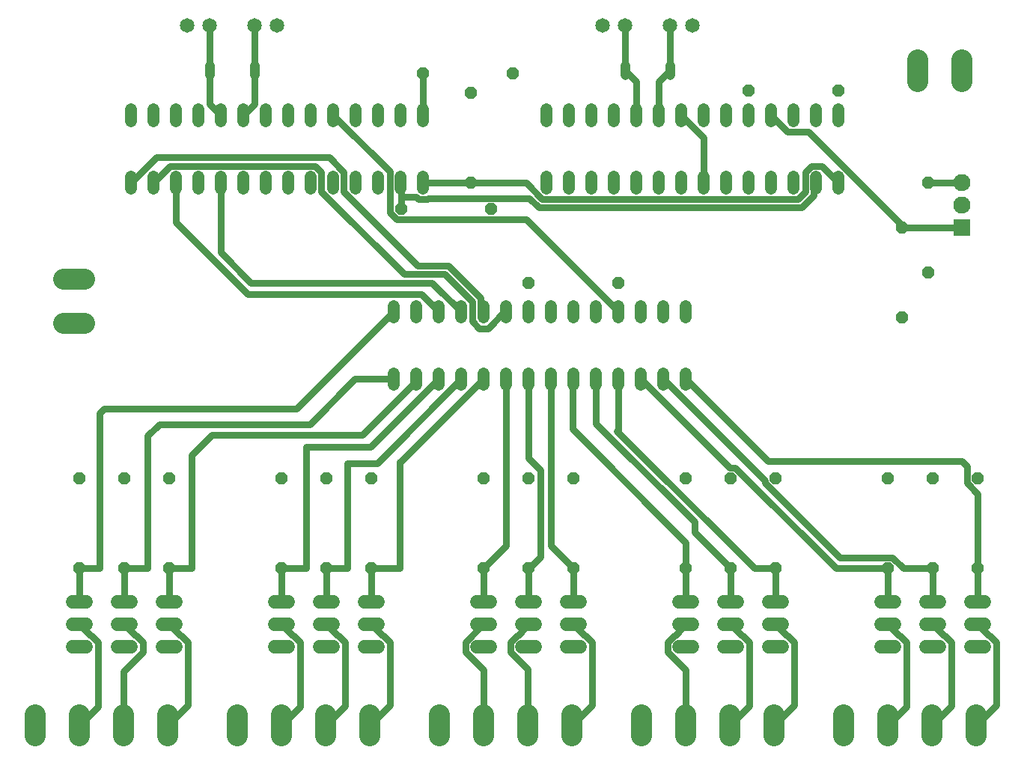
<source format=gbr>
G04 EAGLE Gerber RS-274X export*
G75*
%MOMM*%
%FSLAX34Y34*%
%LPD*%
%INTop Copper*%
%IPPOS*%
%AMOC8*
5,1,8,0,0,1.08239X$1,22.5*%
G01*
%ADD10C,1.651000*%
%ADD11C,1.320800*%
%ADD12C,1.524000*%
%ADD13C,1.117600*%
%ADD14P,1.429621X8X112.500000*%
%ADD15P,1.429621X8X202.500000*%
%ADD16P,1.429621X8X292.500000*%
%ADD17P,1.429621X8X22.500000*%
%ADD18R,1.930400X1.930400*%
%ADD19C,1.930400*%
%ADD20C,2.400000*%
%ADD21C,0.800000*%


D10*
X210795Y870128D03*
X236195Y870128D03*
X312395Y870128D03*
X286995Y870128D03*
X680695Y870128D03*
X706095Y870128D03*
X782295Y870128D03*
X756895Y870128D03*
D11*
X477495Y775132D02*
X477495Y761924D01*
X452095Y761924D02*
X452095Y775132D01*
X426695Y775132D02*
X426695Y761924D01*
X401295Y761924D02*
X401295Y775132D01*
X375895Y775132D02*
X375895Y761924D01*
X350495Y761924D02*
X350495Y775132D01*
X325095Y775132D02*
X325095Y761924D01*
X299695Y761924D02*
X299695Y775132D01*
X274295Y775132D02*
X274295Y761924D01*
X248895Y761924D02*
X248895Y775132D01*
X223495Y775132D02*
X223495Y761924D01*
X198095Y761924D02*
X198095Y775132D01*
X172695Y775132D02*
X172695Y761924D01*
X147295Y761924D02*
X147295Y775132D01*
X147295Y698932D02*
X147295Y685724D01*
X172695Y685724D02*
X172695Y698932D01*
X198095Y698932D02*
X198095Y685724D01*
X223495Y685724D02*
X223495Y698932D01*
X248895Y698932D02*
X248895Y685724D01*
X274295Y685724D02*
X274295Y698932D01*
X299695Y698932D02*
X299695Y685724D01*
X325095Y685724D02*
X325095Y698932D01*
X350495Y698932D02*
X350495Y685724D01*
X375895Y685724D02*
X375895Y698932D01*
X401295Y698932D02*
X401295Y685724D01*
X426695Y685724D02*
X426695Y698932D01*
X452095Y698932D02*
X452095Y685724D01*
X477495Y685724D02*
X477495Y698932D01*
X444500Y476504D02*
X444500Y463296D01*
X469900Y463296D02*
X469900Y476504D01*
X495300Y476504D02*
X495300Y463296D01*
X520700Y463296D02*
X520700Y476504D01*
X546100Y476504D02*
X546100Y463296D01*
X571500Y463296D02*
X571500Y476504D01*
X596900Y476504D02*
X596900Y463296D01*
X622300Y463296D02*
X622300Y476504D01*
X647700Y476504D02*
X647700Y463296D01*
X673100Y463296D02*
X673100Y476504D01*
X698500Y476504D02*
X698500Y463296D01*
X723900Y463296D02*
X723900Y476504D01*
X749300Y476504D02*
X749300Y463296D01*
X774700Y463296D02*
X774700Y476504D01*
X774700Y539496D02*
X774700Y552704D01*
X749300Y552704D02*
X749300Y539496D01*
X723900Y539496D02*
X723900Y552704D01*
X698500Y552704D02*
X698500Y539496D01*
X673100Y539496D02*
X673100Y552704D01*
X647700Y552704D02*
X647700Y539496D01*
X622300Y539496D02*
X622300Y552704D01*
X596900Y552704D02*
X596900Y539496D01*
X571500Y539496D02*
X571500Y552704D01*
X546100Y552704D02*
X546100Y539496D01*
X520700Y539496D02*
X520700Y552704D01*
X495300Y552704D02*
X495300Y539496D01*
X469900Y539496D02*
X469900Y552704D01*
X444500Y552704D02*
X444500Y539496D01*
X947395Y761924D02*
X947395Y775132D01*
X921995Y775132D02*
X921995Y761924D01*
X896595Y761924D02*
X896595Y775132D01*
X871195Y775132D02*
X871195Y761924D01*
X845795Y761924D02*
X845795Y775132D01*
X820395Y775132D02*
X820395Y761924D01*
X794995Y761924D02*
X794995Y775132D01*
X769595Y775132D02*
X769595Y761924D01*
X744195Y761924D02*
X744195Y775132D01*
X718795Y775132D02*
X718795Y761924D01*
X693395Y761924D02*
X693395Y775132D01*
X667995Y775132D02*
X667995Y761924D01*
X642595Y761924D02*
X642595Y775132D01*
X617195Y775132D02*
X617195Y761924D01*
X617195Y698932D02*
X617195Y685724D01*
X642595Y685724D02*
X642595Y698932D01*
X667995Y698932D02*
X667995Y685724D01*
X693395Y685724D02*
X693395Y698932D01*
X718795Y698932D02*
X718795Y685724D01*
X744195Y685724D02*
X744195Y698932D01*
X769595Y698932D02*
X769595Y685724D01*
X794995Y685724D02*
X794995Y698932D01*
X820395Y698932D02*
X820395Y685724D01*
X845795Y685724D02*
X845795Y698932D01*
X871195Y698932D02*
X871195Y685724D01*
X896595Y685724D02*
X896595Y698932D01*
X921995Y698932D02*
X921995Y685724D01*
X947395Y685724D02*
X947395Y698932D01*
D12*
X96596Y217703D02*
X81356Y217703D01*
X81356Y192303D02*
X96596Y192303D01*
X96596Y166903D02*
X81356Y166903D01*
X767156Y217703D02*
X782396Y217703D01*
X782396Y192303D02*
X767156Y192303D01*
X767156Y166903D02*
X782396Y166903D01*
X817956Y217703D02*
X833196Y217703D01*
X833196Y192303D02*
X817956Y192303D01*
X817956Y166903D02*
X833196Y166903D01*
X868756Y217703D02*
X883996Y217703D01*
X883996Y192303D02*
X868756Y192303D01*
X868756Y166903D02*
X883996Y166903D01*
X995756Y217703D02*
X1010996Y217703D01*
X1010996Y192303D02*
X995756Y192303D01*
X995756Y166903D02*
X1010996Y166903D01*
X1046556Y217703D02*
X1061796Y217703D01*
X1061796Y192303D02*
X1046556Y192303D01*
X1046556Y166903D02*
X1061796Y166903D01*
X1097356Y217703D02*
X1112596Y217703D01*
X1112596Y192303D02*
X1097356Y192303D01*
X1097356Y166903D02*
X1112596Y166903D01*
D13*
X236195Y813740D02*
X236195Y824916D01*
X286995Y824916D02*
X286995Y813740D01*
X706095Y813740D02*
X706095Y824916D01*
X756895Y824916D02*
X756895Y813740D01*
D12*
X147396Y217703D02*
X132156Y217703D01*
X132156Y192303D02*
X147396Y192303D01*
X147396Y166903D02*
X132156Y166903D01*
X182956Y217703D02*
X198196Y217703D01*
X198196Y192303D02*
X182956Y192303D01*
X182956Y166903D02*
X198196Y166903D01*
X309956Y217703D02*
X325196Y217703D01*
X325196Y192303D02*
X309956Y192303D01*
X309956Y166903D02*
X325196Y166903D01*
X360756Y217703D02*
X375996Y217703D01*
X375996Y192303D02*
X360756Y192303D01*
X360756Y166903D02*
X375996Y166903D01*
X411556Y217703D02*
X426796Y217703D01*
X426796Y192303D02*
X411556Y192303D01*
X411556Y166903D02*
X426796Y166903D01*
X538556Y217703D02*
X553796Y217703D01*
X553796Y192303D02*
X538556Y192303D01*
X538556Y166903D02*
X553796Y166903D01*
X589356Y217703D02*
X604596Y217703D01*
X604596Y192303D02*
X589356Y192303D01*
X589356Y166903D02*
X604596Y166903D01*
X640156Y217703D02*
X655396Y217703D01*
X655396Y192303D02*
X640156Y192303D01*
X640156Y166903D02*
X655396Y166903D01*
D14*
X596976Y255803D03*
X596976Y357403D03*
X825576Y255803D03*
X825576Y357403D03*
X876376Y255803D03*
X876376Y357403D03*
X1003376Y255803D03*
X1003376Y357403D03*
X1054176Y255803D03*
X1054176Y357403D03*
X1104976Y255803D03*
X1104976Y357403D03*
X88976Y255803D03*
X88976Y357403D03*
D15*
X698500Y578561D03*
X596900Y578561D03*
D16*
X1048995Y692328D03*
X1048995Y590728D03*
X1019405Y641528D03*
X1019405Y539928D03*
D17*
X477088Y815492D03*
X578688Y815492D03*
D14*
X139776Y255803D03*
X139776Y357403D03*
D17*
X452958Y662330D03*
X554558Y662330D03*
D14*
X531292Y691845D03*
X531292Y793445D03*
D15*
X947586Y796144D03*
X845986Y796144D03*
D14*
X190576Y255803D03*
X190576Y357403D03*
X317576Y255803D03*
X317576Y357403D03*
X368376Y255803D03*
X368376Y357403D03*
X419176Y255803D03*
X419176Y357403D03*
X546176Y255803D03*
X546176Y357403D03*
X647776Y255803D03*
X647776Y357403D03*
X774776Y255803D03*
X774776Y357403D03*
D18*
X1087095Y641528D03*
D19*
X1087095Y666928D03*
X1087095Y692328D03*
D20*
X38576Y90003D02*
X38576Y66003D01*
X88576Y66003D02*
X88576Y90003D01*
X138576Y90003D02*
X138576Y66003D01*
X188576Y66003D02*
X188576Y90003D01*
X724376Y90003D02*
X724376Y66003D01*
X774376Y66003D02*
X774376Y90003D01*
X824376Y90003D02*
X824376Y66003D01*
X874376Y66003D02*
X874376Y90003D01*
X495776Y90003D02*
X495776Y66003D01*
X545776Y66003D02*
X545776Y90003D01*
X595776Y90003D02*
X595776Y66003D01*
X645776Y66003D02*
X645776Y90003D01*
X267176Y90003D02*
X267176Y66003D01*
X317176Y66003D02*
X317176Y90003D01*
X367176Y90003D02*
X367176Y66003D01*
X417176Y66003D02*
X417176Y90003D01*
X952976Y90003D02*
X952976Y66003D01*
X1002976Y66003D02*
X1002976Y90003D01*
X1052976Y90003D02*
X1052976Y66003D01*
X1102976Y66003D02*
X1102976Y90003D01*
X94855Y582530D02*
X70855Y582530D01*
X70855Y532530D02*
X94855Y532530D01*
X1086847Y806744D02*
X1086847Y830744D01*
X1036847Y830744D02*
X1036847Y806744D01*
D21*
X444500Y546100D02*
X334400Y436000D01*
X117000Y436000D01*
X112000Y431000D01*
X112000Y256000D01*
X111803Y255803D01*
X88976Y255803D01*
X88976Y217703D01*
X400500Y469900D02*
X444500Y469900D01*
X400500Y469900D02*
X349600Y419000D01*
X179000Y419000D01*
X166000Y406000D01*
X166000Y256000D01*
X165803Y255803D02*
X139776Y255803D01*
X165803Y255803D02*
X166000Y256000D01*
X139776Y255803D02*
X139776Y217703D01*
X469900Y467900D02*
X469900Y469900D01*
X469900Y467900D02*
X409000Y407000D01*
X239000Y407000D01*
X216000Y384000D01*
X216000Y256000D01*
X215803Y255803D01*
X190576Y255803D01*
X190576Y217703D01*
X418400Y393000D02*
X495300Y469900D01*
X418400Y393000D02*
X345000Y393000D01*
X345000Y256000D01*
X317576Y255803D02*
X317576Y217703D01*
X317576Y255803D02*
X344803Y255803D01*
X345000Y256000D01*
X425800Y375000D02*
X520700Y469900D01*
X425800Y375000D02*
X392000Y375000D01*
X392000Y256000D01*
X368376Y255803D02*
X368376Y217703D01*
X368376Y255803D02*
X391803Y255803D01*
X392000Y256000D01*
X419176Y255803D02*
X419176Y217703D01*
X452200Y376000D02*
X546100Y469900D01*
X452200Y376000D02*
X451000Y376000D01*
X451000Y256000D01*
X450803Y255803D01*
X419176Y255803D01*
X546176Y255803D02*
X546176Y217703D01*
X571500Y281127D02*
X571500Y469900D01*
X571500Y281127D02*
X546176Y255803D01*
X610000Y367000D02*
X596900Y380100D01*
X596900Y469900D01*
X610000Y367000D02*
X610000Y268624D01*
X597179Y255803D01*
X596976Y255803D01*
X596976Y217703D01*
X647776Y217703D02*
X647776Y255803D01*
X622300Y281280D02*
X622300Y469900D01*
X622300Y281280D02*
X647776Y255803D01*
X646700Y468900D02*
X647700Y469900D01*
X646700Y468900D02*
X646700Y413300D01*
X774776Y285224D02*
X774776Y255803D01*
X774776Y285224D02*
X646700Y413300D01*
X774776Y255803D02*
X774776Y217703D01*
X784300Y308169D02*
X673000Y419469D01*
X784300Y297079D02*
X825576Y255803D01*
X784300Y297079D02*
X784300Y308169D01*
X673100Y419569D02*
X673100Y469900D01*
X673100Y419569D02*
X673000Y419469D01*
X825576Y255803D02*
X825576Y217703D01*
X698500Y412500D02*
X698500Y469900D01*
X698500Y412500D02*
X697000Y411000D01*
X852197Y255803D01*
X876376Y255803D01*
X876376Y217703D01*
X1003376Y217703D02*
X1003376Y255803D01*
X830600Y369531D02*
X824269Y369531D01*
X830600Y369531D02*
X944328Y255803D01*
X1003376Y255803D01*
X824269Y369531D02*
X723900Y469900D01*
X1054176Y255803D02*
X1054176Y217703D01*
X864248Y354952D02*
X749300Y469900D01*
X864248Y354952D02*
X864248Y352380D01*
X1020528Y255803D02*
X1054176Y255803D01*
X1020528Y255803D02*
X1008400Y267931D01*
X948697Y267931D02*
X864248Y352380D01*
X948697Y267931D02*
X1008400Y267931D01*
X1104976Y255803D02*
X1104976Y217703D01*
X867600Y377000D02*
X774700Y469900D01*
X867600Y377000D02*
X1087000Y377000D01*
X1092848Y371152D01*
X1092848Y352380D01*
X1104976Y340252D01*
X1104976Y255803D01*
X1118041Y180047D02*
X1125740Y172348D01*
X1117232Y180047D02*
X1104976Y192303D01*
X1117232Y180047D02*
X1118041Y180047D01*
X1125740Y172348D02*
X1125740Y100767D01*
X1102976Y78003D01*
X1074940Y172348D02*
X1067241Y180047D01*
X1066432Y180047D02*
X1054176Y192303D01*
X1066432Y180047D02*
X1067241Y180047D01*
X1074940Y172348D02*
X1074940Y99967D01*
X1052976Y78003D01*
X1024140Y172348D02*
X1016441Y180047D01*
X1015632Y180047D02*
X1003376Y192303D01*
X1015632Y180047D02*
X1016441Y180047D01*
X1024140Y172348D02*
X1024140Y99167D01*
X1002976Y78003D01*
X897140Y172348D02*
X889441Y180047D01*
X888632Y180047D02*
X876376Y192303D01*
X888632Y180047D02*
X889441Y180047D01*
X897140Y172348D02*
X897140Y100767D01*
X874376Y78003D01*
X846340Y172348D02*
X838641Y180047D01*
X837832Y180047D02*
X825576Y192303D01*
X837832Y180047D02*
X838641Y180047D01*
X846340Y172348D02*
X846340Y99967D01*
X824376Y78003D01*
X754012Y161459D02*
X754012Y172348D01*
X761712Y180047D01*
X762520Y180047D01*
X774776Y192303D01*
X774376Y141095D02*
X774376Y78003D01*
X774376Y141095D02*
X754012Y161459D01*
X668540Y172348D02*
X660841Y180047D01*
X660032Y180047D02*
X647776Y192303D01*
X660032Y180047D02*
X660841Y180047D01*
X668540Y172348D02*
X668540Y100767D01*
X645776Y78003D01*
X576212Y161459D02*
X576212Y172348D01*
X583912Y180047D01*
X595776Y141895D02*
X595776Y78003D01*
X584720Y180047D02*
X583912Y180047D01*
X576212Y161459D02*
X595776Y141895D01*
X584720Y180047D02*
X596976Y192303D01*
X525412Y172348D02*
X525412Y161459D01*
X545776Y141095D01*
X545776Y78003D01*
X525412Y172348D02*
X545368Y192303D01*
X546176Y192303D01*
X439940Y172348D02*
X432241Y180047D01*
X431432Y180047D02*
X419176Y192303D01*
X431432Y180047D02*
X432241Y180047D01*
X439940Y172348D02*
X439940Y100767D01*
X417176Y78003D01*
X389140Y172348D02*
X381441Y180047D01*
X380632Y180047D02*
X368376Y192303D01*
X380632Y180047D02*
X381441Y180047D01*
X389140Y172348D02*
X389140Y99967D01*
X367176Y78003D01*
X338340Y172348D02*
X330641Y180047D01*
X329832Y180047D02*
X317576Y192303D01*
X329832Y180047D02*
X330641Y180047D01*
X338340Y172348D02*
X338340Y99167D01*
X317176Y78003D01*
X211340Y172348D02*
X203641Y180047D01*
X202832Y180047D02*
X190576Y192303D01*
X202832Y180047D02*
X203641Y180047D01*
X211340Y172348D02*
X211340Y100767D01*
X188576Y78003D01*
X160540Y161459D02*
X160540Y172348D01*
X152841Y180047D01*
X160540Y161459D02*
X138576Y139495D01*
X152032Y180047D02*
X152841Y180047D01*
X152032Y180047D02*
X139776Y192303D01*
X138576Y139495D02*
X138576Y78003D01*
X109740Y172348D02*
X102041Y180047D01*
X101232Y180047D02*
X88976Y192303D01*
X101232Y180047D02*
X102041Y180047D01*
X109740Y172348D02*
X109740Y99167D01*
X88576Y78003D01*
X236195Y781228D02*
X236195Y819328D01*
X236195Y781228D02*
X248895Y768528D01*
X236195Y819328D02*
X236195Y870128D01*
X286995Y819328D02*
X286995Y781228D01*
X274295Y768528D01*
X286995Y819328D02*
X286995Y870128D01*
X475400Y566000D02*
X495300Y546100D01*
X475400Y566000D02*
X279000Y566000D01*
X198095Y646905D01*
X198095Y692328D01*
X541076Y527368D02*
X551124Y527368D01*
X362623Y703955D02*
X355518Y711060D01*
X569856Y546100D02*
X571500Y546100D01*
X320071Y711060D02*
X320011Y711000D01*
X551124Y527368D02*
X569856Y546100D01*
X455943Y588524D02*
X362623Y681844D01*
X362623Y703955D01*
X502032Y588524D02*
X532828Y557728D01*
X502032Y588524D02*
X455943Y588524D01*
X532828Y535616D02*
X541076Y527368D01*
X532828Y535616D02*
X532828Y557728D01*
X355518Y711060D02*
X320071Y711060D01*
X304778Y711000D02*
X304718Y711060D01*
X191427Y711060D01*
X304778Y711000D02*
X320011Y711000D01*
X191427Y711060D02*
X172695Y692328D01*
X487800Y579000D02*
X520700Y546100D01*
X487800Y579000D02*
X283000Y579000D01*
X248895Y613105D01*
X248895Y692328D01*
X477088Y768934D02*
X477088Y815492D01*
X477088Y768934D02*
X477495Y768528D01*
X439967Y704456D02*
X375895Y768528D01*
X439967Y704456D02*
X439967Y658170D01*
X447935Y650202D01*
X594398Y650202D02*
X698500Y546100D01*
X594398Y650202D02*
X447935Y650202D01*
X542352Y549848D02*
X546100Y546100D01*
X542352Y549848D02*
X542352Y561673D01*
X505977Y598048D01*
X471819Y598048D01*
X388023Y681844D01*
X388023Y703955D01*
X371394Y720584D01*
X175551Y720584D02*
X147295Y692328D01*
X175551Y720584D02*
X371394Y720584D01*
X1048995Y692328D02*
X1087095Y692328D01*
X718795Y768528D02*
X718795Y806628D01*
X706095Y819328D01*
X706095Y870128D01*
X744195Y806628D02*
X744195Y768528D01*
X744195Y806628D02*
X756895Y819328D01*
X756895Y870128D01*
X913682Y749796D02*
X1019405Y644073D01*
X1019405Y641528D01*
X1087095Y641528D01*
X889927Y749796D02*
X871195Y768528D01*
X889927Y749796D02*
X913682Y749796D01*
X530809Y692328D02*
X477495Y692328D01*
X530809Y692328D02*
X531292Y691845D01*
X909638Y696024D02*
X909867Y696252D01*
X593922Y691845D02*
X531292Y691845D01*
X593922Y691845D02*
X612171Y673596D01*
X901618Y673596D02*
X909638Y681616D01*
X909638Y696024D01*
X901618Y673596D02*
X612171Y673596D01*
X909867Y703955D02*
X916971Y711060D01*
X928663Y711060D01*
X947395Y692328D01*
X909867Y696252D02*
X909867Y703955D01*
X452958Y691464D02*
X452095Y692328D01*
X452958Y691464D02*
X452958Y676000D01*
X452958Y662330D01*
X452958Y676000D02*
X470067Y676000D01*
X472471Y673596D01*
X482518Y673596D01*
X905563Y664072D02*
X919162Y677671D01*
X919162Y689495D02*
X921995Y692328D01*
X905563Y664072D02*
X608226Y664072D01*
X919162Y677671D02*
X919162Y689495D01*
X483381Y674458D02*
X482518Y673596D01*
X483381Y674458D02*
X597839Y674458D01*
X608226Y664072D01*
X769595Y768528D02*
X794995Y743128D01*
X794995Y692328D01*
M02*

</source>
